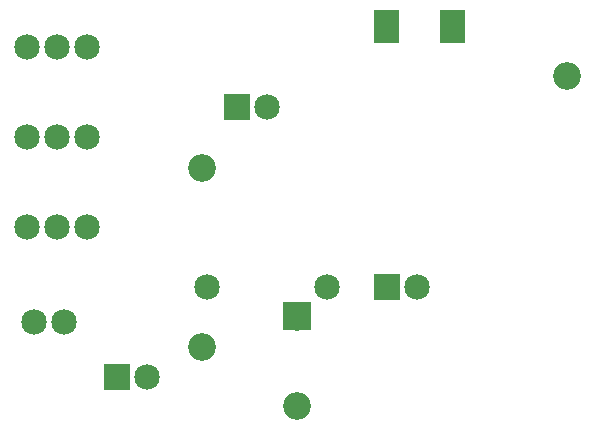
<source format=gts>
G04 MADE WITH FRITZING*
G04 WWW.FRITZING.ORG*
G04 DOUBLE SIDED*
G04 HOLES PLATED*
G04 CONTOUR ON CENTER OF CONTOUR VECTOR*
%ASAXBY*%
%FSLAX23Y23*%
%MOIN*%
%OFA0B0*%
%SFA1.0B1.0*%
%ADD10C,0.085000*%
%ADD11C,0.092000*%
%ADD12R,0.085000X0.085000*%
%ADD13R,0.092000X0.092000*%
%ADD14R,0.001000X0.001000*%
%LNMASK1*%
G90*
G70*
G54D10*
X44Y2100D03*
X144Y2100D03*
X244Y2100D03*
X44Y1500D03*
X144Y1500D03*
X244Y1500D03*
X744Y1900D03*
X844Y1900D03*
X69Y1181D03*
X169Y1181D03*
X644Y1300D03*
X1044Y1300D03*
X1244Y1300D03*
X1344Y1300D03*
G54D11*
X627Y1696D03*
X627Y1097D03*
G54D10*
X344Y1000D03*
X444Y1000D03*
G54D11*
X944Y1200D03*
X944Y902D03*
X1844Y2002D03*
G54D10*
X44Y1800D03*
X144Y1800D03*
X244Y1800D03*
G54D12*
X744Y1900D03*
X1244Y1300D03*
X344Y1000D03*
G54D13*
X944Y1201D03*
G54D14*
X1203Y2222D02*
X1283Y2222D01*
X1423Y2222D02*
X1503Y2222D01*
X1203Y2221D02*
X1283Y2221D01*
X1423Y2221D02*
X1503Y2221D01*
X1203Y2220D02*
X1283Y2220D01*
X1423Y2220D02*
X1503Y2220D01*
X1203Y2219D02*
X1283Y2219D01*
X1423Y2219D02*
X1503Y2219D01*
X1203Y2218D02*
X1283Y2218D01*
X1423Y2218D02*
X1503Y2218D01*
X1203Y2217D02*
X1283Y2217D01*
X1423Y2217D02*
X1503Y2217D01*
X1203Y2216D02*
X1283Y2216D01*
X1423Y2216D02*
X1503Y2216D01*
X1203Y2215D02*
X1283Y2215D01*
X1423Y2215D02*
X1503Y2215D01*
X1203Y2214D02*
X1283Y2214D01*
X1423Y2214D02*
X1503Y2214D01*
X1203Y2213D02*
X1283Y2213D01*
X1423Y2213D02*
X1503Y2213D01*
X1203Y2212D02*
X1283Y2212D01*
X1423Y2212D02*
X1503Y2212D01*
X1203Y2211D02*
X1283Y2211D01*
X1423Y2211D02*
X1503Y2211D01*
X1203Y2210D02*
X1283Y2210D01*
X1423Y2210D02*
X1503Y2210D01*
X1203Y2209D02*
X1283Y2209D01*
X1423Y2209D02*
X1503Y2209D01*
X1203Y2208D02*
X1283Y2208D01*
X1423Y2208D02*
X1503Y2208D01*
X1203Y2207D02*
X1283Y2207D01*
X1423Y2207D02*
X1503Y2207D01*
X1203Y2206D02*
X1283Y2206D01*
X1423Y2206D02*
X1503Y2206D01*
X1203Y2205D02*
X1283Y2205D01*
X1423Y2205D02*
X1503Y2205D01*
X1203Y2204D02*
X1283Y2204D01*
X1423Y2204D02*
X1503Y2204D01*
X1203Y2203D02*
X1283Y2203D01*
X1423Y2203D02*
X1503Y2203D01*
X1203Y2202D02*
X1283Y2202D01*
X1423Y2202D02*
X1503Y2202D01*
X1203Y2201D02*
X1283Y2201D01*
X1423Y2201D02*
X1503Y2201D01*
X1203Y2200D02*
X1283Y2200D01*
X1423Y2200D02*
X1503Y2200D01*
X1203Y2199D02*
X1283Y2199D01*
X1423Y2199D02*
X1503Y2199D01*
X1203Y2198D02*
X1283Y2198D01*
X1423Y2198D02*
X1503Y2198D01*
X1203Y2197D02*
X1283Y2197D01*
X1423Y2197D02*
X1503Y2197D01*
X1203Y2196D02*
X1283Y2196D01*
X1423Y2196D02*
X1503Y2196D01*
X1203Y2195D02*
X1283Y2195D01*
X1423Y2195D02*
X1503Y2195D01*
X1203Y2194D02*
X1283Y2194D01*
X1423Y2194D02*
X1503Y2194D01*
X1203Y2193D02*
X1283Y2193D01*
X1423Y2193D02*
X1503Y2193D01*
X1203Y2192D02*
X1283Y2192D01*
X1423Y2192D02*
X1503Y2192D01*
X1203Y2191D02*
X1283Y2191D01*
X1423Y2191D02*
X1503Y2191D01*
X1203Y2190D02*
X1283Y2190D01*
X1423Y2190D02*
X1503Y2190D01*
X1203Y2189D02*
X1283Y2189D01*
X1423Y2189D02*
X1503Y2189D01*
X1203Y2188D02*
X1283Y2188D01*
X1423Y2188D02*
X1503Y2188D01*
X1203Y2187D02*
X1283Y2187D01*
X1423Y2187D02*
X1503Y2187D01*
X1203Y2186D02*
X1283Y2186D01*
X1423Y2186D02*
X1503Y2186D01*
X1203Y2185D02*
X1283Y2185D01*
X1423Y2185D02*
X1503Y2185D01*
X1203Y2184D02*
X1283Y2184D01*
X1423Y2184D02*
X1503Y2184D01*
X1203Y2183D02*
X1283Y2183D01*
X1423Y2183D02*
X1503Y2183D01*
X1203Y2182D02*
X1283Y2182D01*
X1423Y2182D02*
X1503Y2182D01*
X1203Y2181D02*
X1283Y2181D01*
X1423Y2181D02*
X1503Y2181D01*
X1203Y2180D02*
X1283Y2180D01*
X1423Y2180D02*
X1503Y2180D01*
X1203Y2179D02*
X1283Y2179D01*
X1423Y2179D02*
X1503Y2179D01*
X1203Y2178D02*
X1283Y2178D01*
X1423Y2178D02*
X1503Y2178D01*
X1203Y2177D02*
X1283Y2177D01*
X1423Y2177D02*
X1503Y2177D01*
X1203Y2176D02*
X1283Y2176D01*
X1423Y2176D02*
X1503Y2176D01*
X1203Y2175D02*
X1283Y2175D01*
X1423Y2175D02*
X1503Y2175D01*
X1203Y2174D02*
X1283Y2174D01*
X1423Y2174D02*
X1503Y2174D01*
X1203Y2173D02*
X1283Y2173D01*
X1423Y2173D02*
X1503Y2173D01*
X1203Y2172D02*
X1283Y2172D01*
X1423Y2172D02*
X1503Y2172D01*
X1203Y2171D02*
X1283Y2171D01*
X1423Y2171D02*
X1503Y2171D01*
X1203Y2170D02*
X1283Y2170D01*
X1423Y2170D02*
X1503Y2170D01*
X1203Y2169D02*
X1283Y2169D01*
X1423Y2169D02*
X1503Y2169D01*
X1203Y2168D02*
X1283Y2168D01*
X1423Y2168D02*
X1503Y2168D01*
X1203Y2167D02*
X1283Y2167D01*
X1423Y2167D02*
X1503Y2167D01*
X1203Y2166D02*
X1283Y2166D01*
X1423Y2166D02*
X1503Y2166D01*
X1203Y2165D02*
X1283Y2165D01*
X1423Y2165D02*
X1503Y2165D01*
X1203Y2164D02*
X1283Y2164D01*
X1423Y2164D02*
X1503Y2164D01*
X1203Y2163D02*
X1283Y2163D01*
X1423Y2163D02*
X1503Y2163D01*
X1203Y2162D02*
X1283Y2162D01*
X1423Y2162D02*
X1503Y2162D01*
X1203Y2161D02*
X1283Y2161D01*
X1423Y2161D02*
X1503Y2161D01*
X1203Y2160D02*
X1283Y2160D01*
X1423Y2160D02*
X1503Y2160D01*
X1203Y2159D02*
X1283Y2159D01*
X1423Y2159D02*
X1503Y2159D01*
X1203Y2158D02*
X1283Y2158D01*
X1423Y2158D02*
X1503Y2158D01*
X1203Y2157D02*
X1283Y2157D01*
X1423Y2157D02*
X1503Y2157D01*
X1203Y2156D02*
X1283Y2156D01*
X1423Y2156D02*
X1503Y2156D01*
X1203Y2155D02*
X1283Y2155D01*
X1423Y2155D02*
X1503Y2155D01*
X1203Y2154D02*
X1283Y2154D01*
X1423Y2154D02*
X1503Y2154D01*
X1203Y2153D02*
X1283Y2153D01*
X1423Y2153D02*
X1503Y2153D01*
X1203Y2152D02*
X1283Y2152D01*
X1423Y2152D02*
X1503Y2152D01*
X1203Y2151D02*
X1283Y2151D01*
X1423Y2151D02*
X1503Y2151D01*
X1203Y2150D02*
X1283Y2150D01*
X1423Y2150D02*
X1503Y2150D01*
X1203Y2149D02*
X1283Y2149D01*
X1423Y2149D02*
X1503Y2149D01*
X1203Y2148D02*
X1283Y2148D01*
X1423Y2148D02*
X1503Y2148D01*
X1203Y2147D02*
X1283Y2147D01*
X1423Y2147D02*
X1503Y2147D01*
X1203Y2146D02*
X1283Y2146D01*
X1423Y2146D02*
X1503Y2146D01*
X1203Y2145D02*
X1283Y2145D01*
X1423Y2145D02*
X1503Y2145D01*
X1203Y2144D02*
X1283Y2144D01*
X1423Y2144D02*
X1503Y2144D01*
X1203Y2143D02*
X1283Y2143D01*
X1423Y2143D02*
X1503Y2143D01*
X1203Y2142D02*
X1283Y2142D01*
X1423Y2142D02*
X1503Y2142D01*
X1203Y2141D02*
X1283Y2141D01*
X1423Y2141D02*
X1503Y2141D01*
X1203Y2140D02*
X1283Y2140D01*
X1423Y2140D02*
X1503Y2140D01*
X1203Y2139D02*
X1283Y2139D01*
X1423Y2139D02*
X1503Y2139D01*
X1203Y2138D02*
X1283Y2138D01*
X1423Y2138D02*
X1503Y2138D01*
X1203Y2137D02*
X1283Y2137D01*
X1423Y2137D02*
X1503Y2137D01*
X1203Y2136D02*
X1283Y2136D01*
X1423Y2136D02*
X1503Y2136D01*
X1203Y2135D02*
X1283Y2135D01*
X1423Y2135D02*
X1503Y2135D01*
X1203Y2134D02*
X1283Y2134D01*
X1423Y2134D02*
X1503Y2134D01*
X1203Y2133D02*
X1283Y2133D01*
X1423Y2133D02*
X1503Y2133D01*
X1203Y2132D02*
X1283Y2132D01*
X1423Y2132D02*
X1503Y2132D01*
X1203Y2131D02*
X1283Y2131D01*
X1423Y2131D02*
X1503Y2131D01*
X1203Y2130D02*
X1283Y2130D01*
X1423Y2130D02*
X1503Y2130D01*
X1203Y2129D02*
X1283Y2129D01*
X1423Y2129D02*
X1503Y2129D01*
X1203Y2128D02*
X1283Y2128D01*
X1423Y2128D02*
X1503Y2128D01*
X1203Y2127D02*
X1283Y2127D01*
X1423Y2127D02*
X1503Y2127D01*
X1203Y2126D02*
X1283Y2126D01*
X1423Y2126D02*
X1503Y2126D01*
X1203Y2125D02*
X1283Y2125D01*
X1423Y2125D02*
X1503Y2125D01*
X1203Y2124D02*
X1283Y2124D01*
X1423Y2124D02*
X1503Y2124D01*
X1203Y2123D02*
X1283Y2123D01*
X1423Y2123D02*
X1503Y2123D01*
X1203Y2122D02*
X1283Y2122D01*
X1423Y2122D02*
X1503Y2122D01*
X1203Y2121D02*
X1283Y2121D01*
X1423Y2121D02*
X1503Y2121D01*
X1203Y2120D02*
X1283Y2120D01*
X1423Y2120D02*
X1503Y2120D01*
X1203Y2119D02*
X1283Y2119D01*
X1423Y2119D02*
X1503Y2119D01*
X1203Y2118D02*
X1283Y2118D01*
X1423Y2118D02*
X1503Y2118D01*
X1203Y2117D02*
X1283Y2117D01*
X1423Y2117D02*
X1503Y2117D01*
X1203Y2116D02*
X1283Y2116D01*
X1423Y2116D02*
X1503Y2116D01*
X1203Y2115D02*
X1283Y2115D01*
X1423Y2115D02*
X1503Y2115D01*
X1203Y2114D02*
X1283Y2114D01*
X1423Y2114D02*
X1503Y2114D01*
X1203Y2113D02*
X1283Y2113D01*
X1423Y2113D02*
X1503Y2113D01*
D02*
G04 End of Mask1*
M02*
</source>
